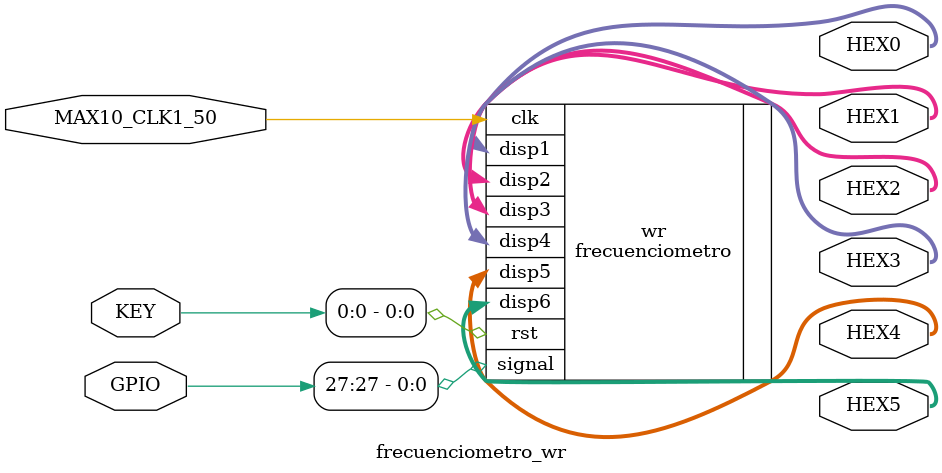
<source format=v>
module frecuenciometro_wr (
    input MAX10_CLK1_50,
    input [1:0] KEY,
    input [27:0] GPIO,
    output [6:0] HEX0, HEX1, HEX2, HEX3, HEX4, HEX5
);

    frecuenciometro  wr (
        .clk(MAX10_CLK1_50),
        .rst(KEY[0]),
        .signal(GPIO[27]),
        .disp1(HEX0),
        .disp2(HEX1),
        .disp3(HEX2),
        .disp4(HEX3),
        .disp5(HEX4),
        .disp6(HEX5),
    );

endmodule
</source>
